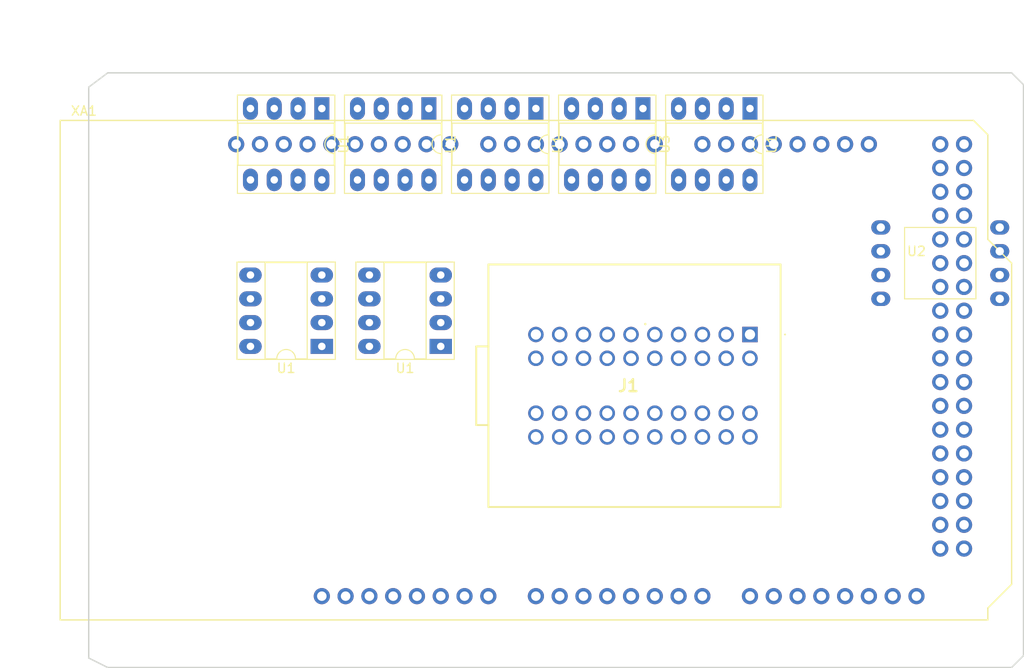
<source format=kicad_pcb>
(kicad_pcb (version 20211014) (generator pcbnew)
  (layers (0 "F.Cu" signal) (31 "B.Cu" signal) (34 "B.Paste" user) (35 "F.Paste" user) (36 "B.SilkS" user "B.Silkscreen") (37 "F.SilkS" user "F.Silkscreen") (38 "B.Mask" user) (39 "F.Mask" user) (44 "Edge.Cuts" user))
  (net 0 "")
  (net 1 "Net-(J1-Pad40)")
  (net 2 "Net-(J1-Pad39)")
  (net 3 "Net-(J1-Pad38)")
  (net 4 "Net-(J1-Pad37)")
  (net 5 "Net-(J1-Pad36)")
  (net 6 "Net-(J1-Pad35)")
  (net 7 "Net-(J1-Pad34)")
  (net 8 "Net-(J1-Pad33)")
  (net 9 "Net-(J1-Pad32)")
  (net 10 "Net-(J1-Pad31)")
  (net 11 "Net-(J1-Pad30)")
  (net 12 "Net-(J1-Pad29)")
  (net 13 "Net-(J1-Pad28)")
  (net 14 "Net-(J1-Pad27)")
  (net 15 "Net-(J1-Pad26)")
  (net 16 "Net-(J1-Pad25)")
  (net 17 "Net-(J1-Pad24)")
  (net 18 "Net-(J1-Pad23)")
  (net 19 "Net-(J1-Pad22)")
  (net 20 "Net-(J1-Pad21)")
  (net 21 "Net-(J1-Pad20)")
  (net 22 "Net-(J1-Pad19)")
  (net 23 "Net-(J1-Pad18)")
  (net 24 "Net-(J1-Pad17)")
  (net 25 "Net-(J1-Pad16)")
  (net 26 "Net-(J1-Pad15)")
  (net 27 "Net-(J1-Pad14)")
  (net 28 "Net-(J1-Pad13)")
  (net 29 "Net-(J1-Pad10)")
  (net 30 "Net-(J1-Pad9)")
  (net 31 "Net-(J1-Pad8)")
  (net 32 "Net-(J1-Pad7)")
  (net 33 "Net-(J1-Pad6)")
  (net 34 "Net-(J1-Pad5)")
  (net 35 "Net-(J1-Pad4)")
  (net 36 "Net-(J1-Pad3)")
  (net 37 "Net-(U2-Pad8)")
  (net 38 "Net-(U2-Pad2)")
  (net 39 "Net-(U2-Pad1)")
  (net 40 "Net-(U2-Pad5)")
  (net 41 "+12V")
  (net 42 "Net-(U3-Pad5)")
  (net 43 "Net-(U3-Pad1)")
  (net 44 "FuelPump")
  (net 45 "GND")
  (net 46 "FpCtrl")
  (net 47 "Net-(XA1-PadGND6)")
  (net 48 "Net-(XA1-PadGND5)")
  (net 49 "Net-(XA1-PadD53)")
  (net 50 "Net-(XA1-PadD52)")
  (net 51 "Net-(XA1-PadD51)")
  (net 52 "Net-(XA1-PadD50)")
  (net 53 "Net-(XA1-PadD49)")
  (net 54 "Net-(XA1-PadD48)")
  (net 55 "Net-(XA1-PadD47)")
  (net 56 "Net-(XA1-PadD46)")
  (net 57 "Net-(XA1-PadD45)")
  (net 58 "Net-(XA1-PadD44)")
  (net 59 "Net-(XA1-PadD43)")
  (net 60 "Net-(XA1-PadD42)")
  (net 61 "Net-(XA1-PadD41)")
  (net 62 "Net-(XA1-PadD40)")
  (net 63 "Net-(XA1-PadD39)")
  (net 64 "Net-(XA1-PadD38)")
  (net 65 "Net-(XA1-PadD37)")
  (net 66 "Net-(XA1-PadD36)")
  (net 67 "Net-(XA1-PadD35)")
  (net 68 "Net-(XA1-PadD34)")
  (net 69 "Net-(XA1-PadD33)")
  (net 70 "Net-(XA1-PadD32)")
  (net 71 "Net-(XA1-PadD31)")
  (net 72 "Net-(XA1-PadD30)")
  (net 73 "Net-(XA1-PadD29)")
  (net 74 "Net-(XA1-PadD28)")
  (net 75 "Net-(XA1-PadD27)")
  (net 76 "Net-(XA1-PadD26)")
  (net 77 "Net-(XA1-PadD25)")
  (net 78 "Net-(XA1-PadD24)")
  (net 79 "Net-(XA1-PadD23)")
  (net 80 "Net-(XA1-PadD22)")
  (net 81 "Net-(XA1-Pad5V4)")
  (net 82 "Net-(XA1-Pad5V3)")
  (net 83 "Net-(XA1-PadA15)")
  (net 84 "Net-(XA1-PadA14)")
  (net 85 "Net-(XA1-PadA13)")
  (net 86 "Net-(XA1-PadA12)")
  (net 87 "Net-(XA1-PadA11)")
  (net 88 "Net-(XA1-PadA10)")
  (net 89 "Net-(XA1-PadA9)")
  (net 90 "Net-(XA1-PadA8)")
  (net 91 "Net-(XA1-PadA7)")
  (net 92 "Net-(XA1-PadA6)")
  (net 93 "Net-(XA1-PadA5)")
  (net 94 "Net-(XA1-PadA4)")
  (net 95 "Net-(XA1-PadA3)")
  (net 96 "Net-(XA1-PadA2)")
  (net 97 "Net-(XA1-PadA1)")
  (net 98 "Net-(XA1-PadD11)")
  (net 99 "Net-(XA1-PadD12)")
  (net 100 "Net-(XA1-PadD13)")
  (net 101 "Net-(XA1-PadAREF)")
  (net 102 "Net-(XA1-PadSDA)")
  (net 103 "Net-(XA1-PadSCL)")
  (net 104 "Net-(XA1-PadD10)")
  (net 105 "Net-(XA1-PadD9)")
  (net 106 "Net-(XA1-PadD8)")
  (net 107 "Net-(XA1-PadGND1)")
  (net 108 "Net-(XA1-PadD7)")
  (net 109 "Net-(XA1-PadD6)")
  (net 110 "Net-(XA1-PadD5)")
  (net 111 "Net-(XA1-PadD3)")
  (net 112 "Net-(XA1-PadD2)")
  (net 113 "Net-(XA1-PadD1)")
  (net 114 "Net-(XA1-PadD0)")
  (net 115 "Net-(XA1-PadD14)")
  (net 116 "Net-(XA1-PadD15)")
  (net 117 "Net-(XA1-PadD16)")
  (net 118 "Net-(XA1-PadD17)")
  (net 119 "Net-(XA1-PadD18)")
  (net 120 "Net-(XA1-PadD19)")
  (net 121 "Net-(XA1-PadD20)")
  (net 122 "Net-(XA1-PadD21)")
  (net 123 "Net-(XA1-PadIORF)")
  (net 124 "Net-(XA1-PadRST1)")
  (net 125 "Net-(XA1-Pad3V3)")
  (net 126 "Net-(XA1-Pad5V1)")
  (net 127 "Net-(XA1-PadGND2)")
  (net 128 "Net-(XA1-PadGND3)")
  (net 129 "Net-(XA1-PadVIN)")
  (net 130 "Net-(XA1-PadA0)")
  (footprint "LibraryLoader:9531181" (layer "F.Cu") (at 144.78 66.04 180)
    (fp_text reference "J1" (at 12.98 -5.47) (layer "F.SilkS") (effects (font (size 1.27 1.27) (thickness 0.254))))
    (fp_text value "953118-1" hide)
    (fp_line (start 27.93 7.48) (end -3.27 7.48) (layer "F.SilkS") (width 0.2))
    (fp_line (start 27.93 -9.67) (end 29.23 -9.67) (layer "F.SilkS") (width 0.2))
    (fp_line (start 29.23 -1.27) (end 27.93 -1.27) (layer "F.SilkS") (width 0.2))
    (fp_line (start -3.8 0) (end -3.8 0) (layer "F.SilkS") (width 0.1))
    (fp_line (start -3.7 0) (end -3.7 0) (layer "F.SilkS") (width 0.1))
    (fp_line (start 27.93 -18.42) (end 27.93 7.48) (layer "F.SilkS") (width 0.2))
    (fp_line (start 29.23 -9.67) (end 29.23 -1.27) (layer "F.SilkS") (width 0.2))
    (fp_line (start -3.27 7.48) (end -3.27 -18.42) (layer "F.SilkS") (width 0.2))
    (fp_line (start -3.27 -18.42) (end 27.93 -18.42) (layer "F.SilkS") (width 0.2))
    (fp_arc (start -3.7 0) (mid -3.75 0.05) (end -3.8 0) (layer "F.SilkS") (width 0.1))
    (fp_arc (start -3.8 0) (mid -3.75 -0.05) (end -3.7 0) (layer "F.SilkS") (width 0.1))
    (pad "" np_thru_hole circle locked (at 24.66 5.33 180) (size 2.1 0) (drill 2.1) (layers *.Cu *.Mask))
    (pad "1" thru_hole rect locked (at 0 0 180) (size 1.65 1.65) (drill 1.1) (layers *.Cu *.Mask) (net 45 "GND"))
    (pad "2" thru_hole circle locked (at 2.54 0 180) (size 1.65 1.65) (drill 1.1) (layers *.Cu *.Mask) (net 41 "+12V"))
    (pad "3" thru_hole circle locked (at 5.08 0 180) (size 1.65 1.65) (drill 1.1) (layers *.Cu *.Mask) (net 36 "Net-(J1-Pad3)"))
    (pad "4" thru_hole circle locked (at 7.62 0 180) (size 1.65 1.65) (drill 1.1) (layers *.Cu *.Mask) (net 35 "Net-(J1-Pad4)"))
    (pad "5" thru_hole circle locked (at 10.16 0 180) (size 1.65 1.65) (drill 1.1) (layers *.Cu *.Mask) (net 34 "Net-(J1-Pad5)"))
    (pad "6" thru_hole circle locked (at 12.7 0 180) (size 1.65 1.65) (drill 1.1) (layers *.Cu *.Mask) (net 33 "Net-(J1-Pad6)"))
    (pad "7" thru_hole circle locked (at 15.24 0 180) (size 1.65 1.65) (drill 1.1) (layers *.Cu *.Mask) (net 32 "Net-(J1-Pad7)"))
    (pad "8" thru_hole circle locked (at 17.78 0 180) (size 1.65 1.65) (drill 1.1) (layers *.Cu *.Mask) (net 31 "Net-(J1-Pad8)"))
    (pad "9" thru_hole circle locked (at 20.32 0 180) (size 1.65 1.65) (drill 1.1) (layers *.Cu *.Mask) (net 30 "Net-(J1-Pad9)"))
    (pad "10" thru_hole circle locked (at 22.86 0 180) (size 1.65 1.65) (drill 1.1) (layers *.Cu *.Mask) (net 29 "Net-(J1-Pad10)"))
    (pad "11" thru_hole circle locked (at 0 -2.54 180) (size 1.65 1.65) (drill 1.1) (layers *.Cu *.Mask) (net 45 "GND"))
    (pad "12" thru_hole circle locked (at 2.54 -2.54 180) (size 1.65 1.65) (drill 1.1) (layers *.Cu *.Mask) (net 44 "FuelPump"))
    (pad "13" thru_hole circle locked (at 5.08 -2.54 180) (size 1.65 1.65) (drill 1.1) (layers *.Cu *.Mask) (net 28 "Net-(J1-Pad13)"))
    (pad "14" thru_hole circle locked (at 7.62 -2.54 180) (size 1.65 1.65) (drill 1.1) (layers *.Cu *.Mask) (net 27 "Net-(J1-Pad14)"))
    (pad "15" thru_hole circle locked (at 10.16 -2.54 180) (size 1.65 1.65) (drill 1.1) (layers *.Cu *.Mask) (net 26 "Net-(J1-Pad15)"))
    (pad "16" thru_hole circle locked (at 12.7 -2.54 180) (size 1.65 1.65) (drill 1.1) (layers *.Cu *.Mask) (net 25 "Net-(J1-Pad16)"))
    (pad "17" thru_hole circle locked (at 15.24 -2.54 180) (size 1.65 1.65) (drill 1.1) (layers *.Cu *.Mask) (net 24 "Net-(J1-Pad17)"))
    (pad "18" thru_hole circle locked (at 17.78 -2.54 180) (size 1.65 1.65) (drill 1.1) (layers *.Cu *.Mask) (net 23 "Net-(J1-Pad18)"))
    (pad "19" thru_hole circle locked (at 20.32 -2.54 180) (size 1.65 1.65) (drill 1.1) (layers *.Cu *.Mask) (net 22 "Net-(J1-Pad19)"))
    (pad "20" thru_hole circle locked (at 22.86 -2.54 180) (size 1.65 1.65) (drill 1.1) (layers *.Cu *.Mask) (net 21 "Net-(J1-Pad20)"))
    (pad "21" thru_hole circle locked (at 0 -8.4 180) (size 1.65 1.65) (drill 1.1) (layers *.Cu *.Mask) (net 20 "Net-(J1-Pad21)"))
    (pad "22" thru_hole circle locked (at 2.54 -8.4 180) (size 1.65 1.65) (drill 1.1) (layers *.Cu *.Mask) (net 19 "Net-(J1-Pad22)"))
    (pad "23" thru_hole circle locked (at 5.08 -8.4 180) (size 1.65 1.65) (drill 1.1) (layers *.Cu *.Mask) (net 18 "Net-(J1-Pad23)"))
    (pad "24" thru_hole circle locked (at 7.62 -8.4 180) (size 1.65 1.65) (drill 1.1) (layers *.Cu *.Mask) (net 17 "Net-(J1-Pad24)"))
    (pad "25" thru_hole circle locked (at 10.16 -8.4 180) (size 1.65 1.65) (drill 1.1) (layers *.Cu *.Mask) (net 16 "Net-(J1-Pad25)"))
    (pad "26" thru_hole circle locked (at 12.7 -8.4 180) (size 1.65 1.65) (drill 1.1) (layers *.Cu *.Mask) (net 15 "Net-(J1-Pad26)"))
    (pad "27" thru_hole circle locked (at 15.24 -8.4 180) (size 1.65 1.65) (drill 1.1) (layers *.Cu *.Mask) (net 14 "Net-(J1-Pad27)"))
    (pad "28" thru_hole circle locked (at 17.78 -8.4 180) (size 1.65 1.65) (drill 1.1) (layers *.Cu *.Mask) (net 13 "Net-(J1-Pad28)"))
    (pad "29" thru_hole circle locked (at 20.32 -8.4 180) (size 1.65 1.65) (drill 1.1) (layers *.Cu *.Mask) (net 12 "Net-(J1-Pad29)"))
    (pad "30" thru_hole circle locked (at 22.86 -8.4 180) (size 1.65 1.65) (drill 1.1) (layers *.Cu *.Mask) (net 11 "Net-(J1-Pad30)"))
    (pad "31" thru_hole circle locked (at 0 -10.94 180) (size 1.65 1.65) (drill 1.1) (layers *.Cu *.Mask) (net 10 "Net-(J1-Pad31)"))
    (pad "32" thru_hole circle locked (at 2.54 -10.94 180) (size 1.65 1.65) (drill 1.1) (layers *.Cu *.Mask) (net 9 "Net-(J1-Pad32)"))
    (pad "33" thru_hole circle locked (at 5.08 -10.94 180) (size 1.65 1.65) (drill 1.1) (layers *.Cu *.Mask) (net 8 "Net-(J1-Pad33)"))
    (pad "34" thru_hole circle locked (at 7.62 -10.94 180) (size 1.65 1.65) (drill 1.1) (layers *.Cu *.Mask) (net 7 "Net-(J1-Pad34)"))
    (pad "35" thru_hole circle locked (at 10.16 -10.94 180) (size 1.65 1.65) (drill 1.1) (layers *.Cu *.Mask) (net 6 "Net-(J1-Pad35)"))
    (pad "36" thru_hole circle locked (at 12.7 -10.94 180) (size 1.65 1.65) (drill 1.1) (layers *.Cu *.Mask) (net 5 "Net-(J1-Pad36)"))
    (pad "37" thru_hole circle locked (at 15.24 -10.94 180) (size 1.65 1.65) (drill 1.1) (layers *.Cu *.Mask) (net 4 "Net-(J1-Pad37)"))
    (pad "38" thru_hole circle locked (at 17.78 -10.94 180) (size 1.65 1.65) (drill 1.1) (layers *.Cu *.Mask) (net 3 "Net-(J1-Pad38)"))
    (pad "39" thru_hole circle locked (at 20.32 -10.94 180) (size 1.65 1.65) (drill 1.1) (layers *.Cu *.Mask) (net 2 "Net-(J1-Pad39)"))
    (pad "40" thru_hole circle locked (at 22.86 -10.94 180) (size 1.65 1.65) (drill 1.1) (layers *.Cu *.Mask) (net 1 "Net-(J1-Pad40)"))
  )
  (footprint "Package_DIP:DIP-8_W7.62mm_Socket_LongPads" (layer "F.Cu") (at 111.76 67.31 180)
    (fp_text reference "U1" (at 3.81 -2.33) (layer "F.SilkS"))
    (fp_text value "LS_Driverv2")
    (fp_line (start -1.44 -1.39) (end -1.44 9.01) (layer "F.SilkS") (width 0.12))
    (fp_line (start 1.56 8.95) (end 6.06 8.95) (layer "F.SilkS") (width 0.12))
    (fp_line (start 2.81 -1.33) (end 1.56 -1.33) (layer "F.SilkS") (width 0.12))
    (fp_line (start 6.06 -1.33) (end 4.81 -1.33) (layer "F.SilkS") (width 0.12))
    (fp_line (start -1.44 9.01) (end 9.06 9.01) (layer "F.SilkS") (width 0.12))
    (fp_line (start 1.56 -1.33) (end 1.56 8.95) (layer "F.SilkS") (width 0.12))
    (fp_line (start 9.06 -1.39) (end -1.44 -1.39) (layer "F.SilkS") (width 0.12))
    (fp_line (start 9.06 9.01) (end 9.06 -1.39) (layer "F.SilkS") (width 0.12))
    (fp_line (start 6.06 8.95) (end 6.06 -1.33) (layer "F.SilkS") (width 0.12))
    (fp_arc (start 4.81 -1.33) (mid 3.81 -0.33) (end 2.81 -1.33) (layer "F.SilkS") (width 0.12))
    (pad "1" thru_hole rect locked (at 0 0 180) (size 2.4 1.6) (drill 0.8) (layers *.Cu *.Mask))
    (pad "2" thru_hole oval locked (at 0 2.54 180) (size 2.4 1.6) (drill 0.8) (layers *.Cu *.Mask))
    (pad "3" thru_hole oval locked (at 0 5.08 180) (size 2.4 1.6) (drill 0.8) (layers *.Cu *.Mask))
    (pad "4" thru_hole oval locked (at 0 7.62 180) (size 2.4 1.6) (drill 0.8) (layers *.Cu *.Mask))
    (pad "5" thru_hole oval locked (at 7.62 7.62 180) (size 2.4 1.6) (drill 0.8) (layers *.Cu *.Mask))
    (pad "6" thru_hole oval locked (at 7.62 5.08 180) (size 2.4 1.6) (drill 0.8) (layers *.Cu *.Mask))
    (pad "7" thru_hole oval locked (at 7.62 2.54 180) (size 2.4 1.6) (drill 0.8) (layers *.Cu *.Mask))
    (pad "8" thru_hole oval locked (at 7.62 0 180) (size 2.4 1.6) (drill 0.8) (layers *.Cu *.Mask))
  )
  (footprint "J-Eagan:Sw_driverV1" (layer "F.Cu") (at 166.37 57.15 180)
    (fp_text reference "U2" (at 3.81 0) (layer "F.SilkS"))
    (fp_text value "Sw_driverV1")
    (fp_line (start -2.54 -5.08) (end -2.54 2.54) (layer "F.SilkS") (width 0.12))
    (fp_line (start 5.08 -5.08) (end -2.54 -5.08) (layer "F.SilkS") (width 0.12))
    (fp_line (start -2.54 2.54) (end 5.08 2.54) (layer "F.SilkS") (width 0.12))
    (fp_line (start 5.08 2.54) (end 5.08 -5.08) (layer "F.SilkS") (width 0.12))
    (pad "1" thru_hole oval locked (at -5.08 -5.08 180) (size 2.032 1.524) (drill 0.889) (layers *.Cu *.Mask) (net 39 "Net-(U2-Pad1)"))
    (pad "2" thru_hole oval locked (at -5.08 -2.54 180) (size 2.032 1.524) (drill 0.889) (layers *.Cu *.Mask) (net 38 "Net-(U2-Pad2)"))
    (pad "3" thru_hole oval locked (at -5.08 0 180) (size 2.032 1.524) (drill 0.889) (layers *.Cu *.Mask) (net 45 "GND"))
    (pad "4" thru_hole oval locked (at -5.08 2.54 180) (size 2.032 1.524) (drill 0.889) (layers *.Cu *.Mask) (net 45 "GND"))
    (pad "5" thru_hole oval locked (at 7.62 -5.08 180) (size 2.032 1.524) (drill 0.889) (layers *.Cu *.Mask) (net 40 "Net-(U2-Pad5)"))
    (pad "6" thru_hole oval locked (at 7.62 -2.54 180) (size 2.032 1.524) (drill 0.889) (layers *.Cu *.Mask) (net 40 "Net-(U2-Pad5)"))
    (pad "7" thru_hole oval locked (at 7.62 0 180) (size 2.032 1.524) (drill 0.889) (layers *.Cu *.Mask) (net 41 "+12V"))
    (pad "8" thru_hole oval locked (at 7.62 2.54 180) (size 2.032 1.524) (drill 0.889) (layers *.Cu *.Mask) (net 37 "Net-(U2-Pad8)"))
  )
  (footprint "Package_DIP:DIP-8_W7.62mm_Socket_LongPads" (layer "F.Cu") (at 144.78 41.91 -90)
    (fp_text reference "U1" (at 3.81 -2.33 90) (layer "F.SilkS"))
    (fp_text value "LS_Driverv2")
    (fp_line (start 2.81 -1.33) (end 1.56 -1.33) (layer "F.SilkS") (width 0.12))
    (fp_line (start 1.56 -1.33) (end 1.56 8.95) (layer "F.SilkS") (width 0.12))
    (fp_line (start 6.06 8.95) (end 6.06 -1.33) (layer "F.SilkS") (width 0.12))
    (fp_line (start 9.06 9.01) (end 9.06 -1.39) (layer "F.SilkS") (width 0.12))
    (fp_line (start 9.06 -1.39) (end -1.44 -1.39) (layer "F.SilkS") (width 0.12))
    (fp_line (start 1.56 8.95) (end 6.06 8.95) (layer "F.SilkS") (width 0.12))
    (fp_line (start -1.44 9.01) (end 9.06 9.01) (layer "F.SilkS") (width 0.12))
    (fp_line (start 6.06 -1.33) (end 4.81 -1.33) (layer "F.SilkS") (width 0.12))
    (fp_line (start -1.44 -1.39) (end -1.44 9.01) (layer "F.SilkS") (width 0.12))
    (fp_arc (start 4.81 -1.33) (mid 3.81 -0.33) (end 2.81 -1.33) (layer "F.SilkS") (width 0.12))
    (pad "1" thru_hole rect locked (at 0 0 270) (size 2.4 1.6) (drill 0.8) (layers *.Cu *.Mask) (net 46 "FpCtrl"))
    (pad "2" thru_hole oval locked (at 0 2.54 270) (size 2.4 1.6) (drill 0.8) (layers *.Cu *.Mask))
    (pad "3" thru_hole oval locked (at 0 5.08 270) (size 2.4 1.6) (drill 0.8) (layers *.Cu *.Mask) (net 45 "GND"))
    (pad "4" thru_hole oval locked (at 0 7.62 270) (size 2.4 1.6) (drill 0.8) (layers *.Cu *.Mask) (net 45 "GND"))
    (pad "5" thru_hole oval locked (at 7.62 7.62 270) (size 2.4 1.6) (drill 0.8) (layers *.Cu *.Mask) (net 44 "FuelPump"))
    (pad "6" thru_hole oval locked (at 7.62 5.08 270) (size 2.4 1.6) (drill 0.8) (layers *.Cu *.Mask) (net 44 "FuelPump"))
    (pad "7" thru_hole oval locked (at 7.62 2.54 270) (size 2.4 1.6) (drill 0.8) (layers *.Cu *.Mask) (net 41 "+12V"))
    (pad "8" thru_hole oval locked (at 7.62 0 270) (size 2.4 1.6) (drill 0.8) (layers *.Cu *.Mask))
  )
  (footprint "Package_DIP:DIP-8_W7.62mm_Socket_LongPads" (layer "F.Cu") (at 133.35 41.91 -90)
    (fp_text reference "U3" (at 3.81 -2.33 90) (layer "F.SilkS"))
    (fp_text value "LS_Driverv2")
    (fp_line (start 2.81 -1.33) (end 1.56 -1.33) (layer "F.SilkS") (width 0.12))
    (fp_line (start 6.06 -1.33) (end 4.81 -1.33) (layer "F.SilkS") (width 0.12))
    (fp_line (start -1.44 -1.39) (end -1.44 9.01) (layer "F.SilkS") (width 0.12))
    (fp_line (start 1.56 8.95) (end 6.06 8.95) (layer "F.SilkS") (width 0.12))
    (fp_line (start 1.56 -1.33) (end 1.56 8.95) (layer "F.SilkS") (width 0.12))
    (fp_line (start 6.06 8.95) (end 6.06 -1.33) (layer "F.SilkS") (width 0.12))
    (fp_line (start 9.06 -1.39) (end -1.44 -1.39) (layer "F.SilkS") (width 0.12))
    (fp_line (start -1.44 9.01) (end 9.06 9.01) (layer "F.SilkS") (width 0.12))
    (fp_line (start 9.06 9.01) (end 9.06 -1.39) (layer "F.SilkS") (width 0.12))
    (fp_arc (start 4.81 -1.33) (mid 3.81 -0.33) (end 2.81 -1.33) (layer "F.SilkS") (width 0.12))
    (pad "1" thru_hole rect locked (at 0 0 270) (size 2.4 1.6) (drill 0.8) (layers *.Cu *.Mask) (net 43 "Net-(U3-Pad1)"))
    (pad "2" thru_hole oval locked (at 0 2.54 270) (size 2.4 1.6) (drill 0.8) (layers *.Cu *.Mask))
    (pad "3" thru_hole oval locked (at 0 5.08 270) (size 2.4 1.6) (drill 0.8) (layers *.Cu *.Mask) (net 45 "GND"))
    (pad "4" thru_hole oval locked (at 0 7.62 270) (size 2.4 1.6) (drill 0.8) (layers *.Cu *.Mask) (net 45 "GND"))
    (pad "5" thru_hole oval locked (at 7.62 7.62 270) (size 2.4 1.6) (drill 0.8) (layers *.Cu *.Mask) (net 42 "Net-(U3-Pad5)"))
    (pad "6" thru_hole oval locked (at 7.62 5.08 270) (size 2.4 1.6) (drill 0.8) (layers *.Cu *.Mask) (net 42 "Net-(U3-Pad5)"))
    (pad "7" thru_hole oval locked (at 7.62 2.54 270) (size 2.4 1.6) (drill 0.8) (layers *.Cu *.Mask) (net 41 "+12V"))
    (pad "8" thru_hole oval locked (at 7.62 0 270) (size 2.4 1.6) (drill 0.8) (layers *.Cu *.Mask))
  )
  (footprint "J-Eagan:Arduino_Mega2560_Shield" (layer "F.Cu") (at 71.12 96.52)
    (fp_text reference "XA1" (at 2.54 -54.356) (layer "F.SilkS"))
    (fp_text value "Arduino_Mega2560_Shield")
    (fp_text user "." (at 62.484 -32.004) (layer "F.SilkS"))
    (fp_line (start 0 0) (end 99.06 0) (layer "F.SilkS") (width 0.15))
    (fp_line (start 99.06 0) (end 99.06 -1.27) (layer "F.SilkS") (width 0.15))
    (fp_line (start 99.06 -1.27) (end 101.6 -3.81) (layer "F.SilkS") (width 0.15))
    (fp_line (start 101.6 -38.1) (end 99.06 -40.64) (layer "F.SilkS") (width 0.15))
    (fp_line (start 0 -53.34) (end 97.536 -53.34) (layer "F.SilkS") (width 0.15))
    (fp_line (start 97.536 -53.34) (end 99.06 -51.816) (layer "F.SilkS") (width 0.15))
    (fp_line (start 101.6 -3.81) (end 101.6 -38.1) (layer "F.SilkS") (width 0.15))
    (fp_line (start 0 -53.34) (end 0 0) (layer "F.SilkS") (width 0.15))
    (fp_line (start 99.06 -40.64) (end 99.06 -51.816) (layer "F.SilkS") (width 0.15))
    (pad "" thru_hole oval locked (at 27.94 -2.54) (size 1.7272 1.7272) (drill 1.016) (layers *.Cu *.Mask))
    (pad "" np_thru_hole circle locked (at 66.04 -7.62) (size 3.2 3.2) (drill 3.2) (layers *.Cu *.Mask))
    (pad "" np_thru_hole circle locked (at 15.24 -50.8) (size 3.2 3.2) (drill 3.2) (layers *.Cu *.Mask))
    (pad "" np_thru_hole circle locked (at 13.97 -2.54) (size 3.2 3.2) (drill 3.2) (layers *.Cu *.Mask))
    (pad "" np_thru_hole circle locked (at 90.17 -50.8) (size 3.2 3.2) (drill 3.2) (layers *.Cu *.Mask))
    (pad "" np_thru_hole circle locked (at 96.52 -2.54) (size 3.2 3.2) (drill 3.2) (layers *.Cu *.Mask))
    (pad "3V3" thru_hole oval locked (at 35.56 -2.54) (size 1.7272 1.7272) (drill 1.016) (layers *.Cu *.Mask) (net 125 "Net-(XA1-Pad3V3)"))
    (pad "5V1" thru_hole oval locked (at 38.1 -2.54) (size 1.7272 1.7272) (drill 1.016) (layers *.Cu *.Mask) (net 126 "Net-(XA1-Pad5V1)"))
    (pad "5V3" thru_hole oval locked (at 93.98 -50.8) (size 1.7272 1.7272) (drill 1.016) (layers *.Cu *.Mask) (net 82 "Net-(XA1-Pad5V3)"))
    (pad "5V4" thru_hole oval locked (at 96.52 -50.8) (size 1.7272 1.7272) (drill 1.016) (layers *.Cu *.Mask) (net 81 "Net-(XA1-Pad5V4)"))
    (pad "A0" thru_hole oval locked (at 50.8 -2.54) (size 1.7272 1.7272) (drill 1.016) (layers *.Cu *.Mask) (net 130 "Net-(XA1-PadA0)"))
    (pad "A1" thru_hole oval locked (at 53.34 -2.54) (size 1.7272 1.7272) (drill 1.016) (layers *.Cu *.Mask) (net 97 "Net-(XA1-PadA1)"))
    (pad "A2" thru_hole oval locked (at 55.88 -2.54) (size 1.7272 1.7272) (drill 1.016) (layers *.Cu *.Mask) (net 96 "Net-(XA1-PadA2)"))
    (pad "A3" thru_hole oval locked (at 58.42 -2.54) (size 1.7272 1.7272) (drill 1.016) (layers *.Cu *.Mask) (net 95 "Net-(XA1-PadA3)"))
    (pad "A4" thru_hole oval locked (at 60.96 -2.54) (size 1.7272 1.7272) (drill 1.016) (layers *.Cu *.Mask) (net 94 "Net-(XA1-PadA4)"))
    (pad "A5" thru_hole oval locked (at 63.5 -2.54) (size 1.7272 1.7272) (drill 1.016) (layers *.Cu *.Mask) (net 93 "Net-(XA1-PadA5)"))
    (pad "A6" thru_hole oval locked (at 66.04 -2.54) (size 1.7272 1.7272) (drill 1.016) (layers *.Cu *.Mask) (net 92 "Net-(XA1-PadA6)"))
    (pad "A7" thru_hole oval locked (at 68.58 -2.54) (size 1.7272 1.7272) (drill 1.016) (layers *.Cu *.Mask) (net 91 "Net-(XA1-PadA7)"))
    (pad "A8" thru_hole oval locked (at 73.66 -2.54) (size 1.7272 1.7272) (drill 1.016) (layers *.Cu *.Mask) (net 90 "Net-(XA1-PadA8)"))
    (pad "A9" thru_hole oval locked (at 76.2 -2.54) (size 1.7272 1.7272) (drill 1.016) (layers *.Cu *.Mask) (net 89 "Net-(XA1-PadA9)"))
    (pad "A10" thru_hole oval locked (at 78.74 -2.54) (size 1.7272 1.7272) (drill 1.016) (layers *.Cu *.Mask) (net 88 "Net-(XA1-PadA10)"))
    (pad "A11" thru_hole oval locked (at 81.28 -2.54) (size 1.7272 1.7272) (drill 1.016) (layers *.Cu *.Mask) (net 87 "Net-(XA1-PadA11)"))
    (pad "A12" thru_hole oval locked (at 83.82 -2.54) (size 1.7272 1.7272) (drill 1.016) (layers *.Cu *.Mask) (net 86 "Net-(XA1-PadA12)"))
    (pad "A13" thru_hole oval locked (at 86.36 -2.54) (size 1.7272 1.7272) (drill 1.016) (layers *.Cu *.Mask) (net 85 "Net-(XA1-PadA13)"))
    (pad "A14" thru_hole oval locked (at 88.9 -2.54) (size 1.7272 1.7272) (drill 1.016) (layers *.Cu *.Mask) (net 84 "Net-(XA1-PadA14)"))
    (pad "A15" thru_hole oval locked (at 91.44 -2.54) (size 1.7272 1.7272) (drill 1.016) (layers *.Cu *.Mask) (net 83 "Net-(XA1-PadA15)"))
    (pad "AREF" thru_hole oval locked (at 23.876 -50.8) (size 1.7272 1.7272) (drill 1.016) (layers *.Cu *.Mask) (net 101 "Net-(XA1-PadAREF)"))
    (pad "D0" thru_hole oval locked (at 63.5 -50.8) (size 1.7272 1.7272) (drill 1.016) (layers *.Cu *.Mask) (net 114 "Net-(XA1-PadD0)"))
    (pad "D1" thru_hole oval locked (at 60.96 -50.8) (size 1.7272 1.7272) (drill 1.016) (layers *.Cu *.Mask) (net 113 "Net-(XA1-PadD1)"))
    (pad "D2" thru_hole oval locked (at 58.42 -50.8) (size 1.7272 1.7272) (drill 1.016) (layers *.Cu *.Mask) (net 112 "Net-(XA1-PadD2)"))
    (pad "D3" thru_hole oval locked (at 55.88 -50.8) (size 1.7272 1.7272) (drill 1.016) (layers *.Cu *.Mask) (net 111 "Net-(XA1-PadD3)"))
    (pad "D4" thru_hole oval locked (at 53.34 -50.8) (size 1.7272 1.7272) (drill 1.016) (layers *.Cu *.Mask) (net 46 "FpCtrl"))
    (pad "D5" thru_hole oval locked (at 50.8 -50.8) (size 1.7272 1.7272) (drill 1.016) (layers *.Cu *.Mask) (net 110 "Net-(XA1-PadD5)"))
    (pad "D6" thru_hole oval locked (at 48.26 -50.8) (size 1.7272 1.7272) (drill 1.016) (layers *.Cu *.Mask) (net 109 "Net-(XA1-PadD6)"))
    (pad "D7" thru_hole oval locked (at 45.72 -50.8) (size 1.7272 1.7272) (drill 1.016) (layers *.Cu *.Mask) (net 108 "Net-(XA1-PadD7)"))
    (pad "D8" thru_hole oval locked (at 41.656 -50.8) (size 1.7272 1.7272) (drill 1.016) (layers *.Cu *.Mask) (net 106 "Net-(XA1-PadD8)"))
    (pad "D9" thru_hole oval locked (at 39.116 -50.8) (size 1.7272 1.7272) (drill 1.016) (layers *.Cu *.Mask) (net 105 "Net-(XA1-PadD9)"))
    (pad "D10" thru_hole oval locked (at 36.576 -50.8) (size 1.7272 1.7272) (drill 1.016) (layers *.Cu *.Mask) (net 104 "Net-(XA1-PadD10)"))
    (pad "D11" thru_hole oval locked (at 34.036 -50.8) (size 1.7272 1.7272) (drill 1.016) (layers *.Cu *.Mask) (net 98 "Net-(XA1-PadD11)"))
    (pad "D12" thru_hole oval locked (at 31.496 -50.8) (size 1.7272 1.7272) (drill 1.016) (layers *.Cu *.Mask) (net 99 "Net-(XA1-PadD12)"))
    (pad "D13" thru_hole oval locked (at 28.956 -50.8) (size 1.7272 1.7272) (drill 1.016) (layers *.Cu *.Mask) (net 100 "Net-(XA1-PadD13)"))
    (pad "D14" thru_hole oval locked (at 68.58 -50.8) (size 1.7272 1.7272) (drill 1.016) (layers *.Cu *.Mask) (net 115 "Net-(XA1-PadD14)"))
    (pad "D15" thru_hole oval locked (at 71.12 -50.8) (size 1.7272 1.7272) (drill 1.016) (layers *.Cu *.Mask) (net 116 "Net-(XA1-PadD15)"))
    (pad "D16" thru_hole oval locked (at 73.66 -50.8) (size 1.7272 1.7272) (drill 1.016) (layers *.Cu *.Mask) (net 117 "Net-(XA1-PadD16)"))
    (pad "D17" thru_hole oval locked (at 76.2 -50.8) (size 1.7272 1.7272) (drill 1.016) (layers *.Cu *.Mask) (net 118 "Net-(XA1-PadD17)"))
    (pad "D18" thru_hole oval locked (at 78.74 -50.8) (size 1.7272 1.7272) (drill 1.016) (layers *.Cu *.Mask) (net 119 "Net-(XA1-PadD18)"))
    (pad "D19" thru_hole oval locked (at 81.28 -50.8) (size 1.7272 1.7272) (drill 1.016) (layers *.Cu *.Mask) (net 120 "Net-(XA1-PadD19)"))
    (pad "D20" thru_hole oval locked (at 83.82 -50.8) (size 1.7272 1.7272) (drill 1.016) (layers *.Cu *.Mask) (net 121 "Net-(XA1-PadD20)"))
    (pad "D21" thru_hole oval locked (at 86.36 -50.8) (size 1.7272 1.7272) (drill 1.016) (layers *.Cu *.Mask) (net 122 "Net-(XA1-PadD21)"))
    (pad "D22" thru_hole oval locked (at 93.98 -48.26) (size 1.7272 1.7272) (drill 1.016) (layers *.Cu *.Mask) (net 80 "Net-(XA1-PadD22)"))
    (pad "D23" thru_hole oval locked (at 96.52 -48.26) (size 1.7272 1.7272) (drill 1.016) (layers *.Cu *.Mask) (net 79 "Net-(XA1-PadD23)"))
    (pad "D24" thru_hole oval locked (at 93.98 -45.72) (size 1.7272 1.7272) (drill 1.016) (layers *.Cu *.Mask) (net 78 "Net-(XA1-PadD24)"))
    (pad "D25" thru_hole oval locked (at 96.52 -45.72) (size 1.7272 1.7272) (drill 1.016) (layers *.Cu *.Mask) (net 77 "Net-(XA1-PadD25)"))
    (pad "D26" thru_hole oval locked (at 93.98 -43.18) (size 1.7272 1.7272) (drill 1.016) (layers *.Cu *.Mask) (net 76 "Net-(XA1-PadD26)"))
    (pad "D27" thru_hole oval locked (at 96.52 -43.18) (size 1.7272 1.7272) (drill 1.016) (layers *.Cu *.Mask) (net 75 "Net-(XA1-PadD27)"))
    (pad "D28" thru_hole oval locked (at 93.98 -40.64) (size 1.7272 1.7272) (drill 1.016) (layers *.Cu *.Mask) (net 74 "Net-(XA1-PadD28)"))
    (pad "D29" thru_hole oval locked (at 96.52 -40.64) (size 1.7272 1.7272) (drill 1.016) (layers *.Cu *.Mask) (net 73 "Net-(XA1-PadD29)"))
    (pad "D30" thru_hole oval locked (at 93.98 -38.1) (size 1.7272 1.7272) (drill 1.016) (layers *.Cu *.Mask) (net 72 "Net-(XA1-PadD30)"))
    (pad "D31" thru_hole oval locked (at 96.52 -38.1) (size 1.7272 1.7272) (drill 1.016) (layers *.Cu *.Mask) (net 71 "Net-(XA1-PadD31)"))
    (pad "D32" thru_hole oval locked (at 93.98 -35.56) (size 1.7272 1.7272) (drill 1.016) (layers *.Cu *.Mask) (net 70 "Net-(XA1-PadD32)"))
    (pad "D33" thru_hole oval locked (at 96.52 -35.56) (size 1.7272 1.7272) (drill 1.016) (layers *.Cu *.Mask) (net 69 "Net-(XA1-PadD33)"))
    (pad "D34" thru_hole oval locked (at 93.98 -33.02) (size 1.7272 1.7272) (drill 1.016) (layers *.Cu *.Mask) (net 68 "Net-(XA1-PadD34)"))
    (pad "D35" thru_hole oval locked (at 96.52 -33.02) (size 1.7272 1.7272) (drill 1.016) (layers *.Cu *.Mask) (net 67 "Net-(XA1-PadD35)"))
    (pad "D36" thru_hole oval locked (at 93.98 -30.48) (size 1.7272 1.7272) (drill 1.016) (layers *.Cu *.Mask) (net 66 "Net-(XA1-PadD36)"))
    (pad "D37" thru_hole oval locked (at 96.52 -30.48) (size 1.7272 1.7272) (drill 1.016) (layers *.Cu *.Mask) (net 65 "Net-(XA1-PadD37)"))
    (pad "D38" thru_hole oval locked (at 93.98 -27.94) (size 1.7272 1.7272) (drill 1.016) (layers *.Cu *.Mask) (net 64 "Net-(XA1-PadD38)"))
    (pad "D39" thru_hole oval locked (at 96.52 -27.94) (size 1.7272 1.7272) (drill 1.016) (layers *.Cu *.Mask) (net 63 "Net-(XA1-PadD39)"))
    (pad "D40" thru_hole oval locked (at 93.98 -25.4) (size 1.7272 1.7272) (drill 1.016) (layers *.Cu *.Mask) (net 62 "Net-(XA1-PadD40)"))
    (pad "D41" thru_hole oval locked (at 96.52 -25.4) (size 1.7272 1.7272) (drill 1.016) (layers *.Cu *.Mask) (net 61 "Net-(XA1-PadD41)"))
    (pad "D42" thru_hole oval locked (at 93.98 -22.86) (size 1.7272 1.7272) (drill 1.016) (layers *.Cu *.Mask) (net 60 "Net-(XA1-PadD42)"))
    (pad "D43" thru_hole oval locked (at 96.52 -22.86) (size 1.7272 1.7272) (drill 1.016) (layers *.Cu *.Mask) (net 59 "Net-(XA1-PadD43)"))
    (pad "D44" thru_hole oval locked (at 93.98 -20.32) (size 1.7272 1.7272) (drill 1.016) (layers *.Cu *.Mask) (net 58 "Net-(XA1-PadD44)"))
    (pad "D45" thru_hole oval locked (at 96.52 -20.32) (size 1.7272 1.7272) (drill 1.016) (layers *.Cu *.Mask) (net 57 "Net-(XA1-PadD45)"))
    (pad "D46" thru_hole oval locked (at 93.98 -17.78) (size 1.7272 1.7272) (drill 1.016) (layers *.Cu *.Mask) (net 56 "Net-(XA1-PadD46)"))
    (pad "D47" thru_hole oval locked (at 96.52 -17.78) (size 1.7272 1.7272) (drill 1.016) (layers *.Cu *.Mask) (net 55 "Net-(XA1-PadD47)"))
    (pad "D48" thru_hole oval locked (at 93.98 -15.24) (size 1.7272 1.7272) (drill 1.016) (layers *.Cu *.Mask) (net 54 "Net-(XA1-PadD48)"))
    (pad "D49" thru_hole oval locked (at 96.52 -15.24) (size 1.7272 1.7272) (drill 1.016) (layers *.Cu *.Mask) (net 53 "Net-(XA1-PadD49)"))
    (pad "D50" thru_hole oval locked (at 93.98 -12.7) (size 1.7272 1.7272) (drill 1.016) (layers *.Cu *.Mask) (net 52 "Net-(XA1-PadD50)"))
    (pad "D51" thru_hole oval locked (at 96.52 -12.7) (size 1.7272 1.7272) (drill 1.016) (layers *.Cu *.Mask) (net 51 "Net-(XA1-PadD51)"))
    (pad "D52" thru_hole oval locked (at 93.98 -10.16) (size 1.7272 1.7272) (drill 1.016) (layers *.Cu *.Mask) (net 50 "Net-(XA1-PadD52)"))
    (pad "D53" thru_hole oval locked (at 96.52 -10.16) (size 1.7272 1.7272) (drill 1.016) (layers *.Cu *.Mask) (net 49 "Net-(XA1-PadD53)"))
    (pad "GND1" thru_hole oval locked (at 26.416 -50.8) (size 1.7272 1.7272) (drill 1.016) (layers *.Cu *.Mask) (net 107 "Net-(XA1-PadGND1)"))
    (pad "GND2" thru_hole oval locked (at 40.64 -2.54) (size 1.7272 1.7272) (drill 1.016) (layers *.Cu *.Mask) (net 127 "Net-(XA1-PadGND2)"))
    (pad "GND3" thru_hole oval locked (at 43.18 -2.54) (size 1.7272 1.7272) (drill 1.016) (layers *.Cu *.Mask) (net 128 "Net-(XA1-PadGND3)"))
    (pad "GND5" thru_hole oval locked (at 93.98 -7.62) (size 1.7272 1.7272) (drill 1.016) (layers *.Cu *.Mask) (net 48 "Net-(XA1-PadGND5)"))
    (pad "GND6" thru_hole oval locked (at 96.52 -7.62) (size 1.7272 1.7272) (drill 1.016) (layers *.Cu *.Mask) (net 47 "Net-(XA1-PadGND6)"))
    (pad "IORF" thru_hole oval locked (at 30.48 -2.54) (size 1.7272 1.7272) (drill 1.016) (layers *.Cu *.Mask) (net 123 "Net-(XA1-PadIORF)"))
    (pad "RST1" thru_hole oval locked (at 33.02 -2.54) (size 1.7272 1.7272) (drill 1.016) (layers *.Cu *.Mask) (net 124 "Net-(XA1-PadRST1)"))
    (pad "SCL" thru_hole oval locked (at 18.796 -50.8) (size 1.7272 1.7272) (drill 1.016) (layers *.Cu *.Mask) (net 103 "Net-(XA1-PadSCL)"))
    (pad "SDA" thru_hole oval locked (at 21.336 -50.8) (size 1.7272 1.7272) (drill 1.016) (layers *.Cu *.Mask) (net 102 "Net-(XA1-PadSDA)"))
    (pad "VIN" thru_hole oval locked (at 45.72 -2.54) (size 1.7272 1.7272) (drill 1.016) (layers *.Cu *.Mask) (net 129 "Net-(XA1-PadVIN)"))
  )
  (footprint "Package_DIP:DIP-8_W7.62mm_Socket_LongPads" (layer "F.Cu") (at 99.06 41.91 -90)
    (fp_text reference "U1" (at 3.81 -2.33 90) (layer "F.SilkS"))
    (fp_text value "LS_Driverv2")
    (fp_line (start 1.56 -1.33) (end 1.56 8.95) (layer "F.SilkS") (width 0.12))
    (fp_line (start 6.06 -1.33) (end 4.81 -1.33) (layer "F.SilkS") (width 0.12))
    (fp_line (start 2.81 -1.33) (end 1.56 -1.33) (layer "F.SilkS") (width 0.12))
    (fp_line (start -1.44 -1.39) (end -1.44 9.01) (layer "F.SilkS") (width 0.12))
    (fp_line (start 6.06 8.95) (end 6.06 -1.33) (layer "F.SilkS") (width 0.12))
    (fp_line (start -1.44 9.01) (end 9.06 9.01) (layer "F.SilkS") (width 0.12))
    (fp_line (start 9.06 9.01) (end 9.06 -1.39) (layer "F.SilkS") (width 0.12))
    (fp_line (start 9.06 -1.39) (end -1.44 -1.39) (layer "F.SilkS") (width 0.12))
    (fp_line (start 1.56 8.95) (end 6.06 8.95) (layer "F.SilkS") (width 0.12))
    (fp_arc (start 4.81 -1.33) (mid 3.81 -0.33) (end 2.81 -1.33) (layer "F.SilkS") (width 0.12))
    (pad "1" thru_hole rect locked (at 0 0 270) (size 2.4 1.6) (drill 0.8) (layers *.Cu *.Mask))
    (pad "2" thru_hole oval locked (at 0 2.54 270) (size 2.4 1.6) (drill 0.8) (layers *.Cu *.Mask))
    (pad "3" thru_hole oval locked (at 0 5.08 270) (size 2.4 1.6) (drill 0.8) (layers *.Cu *.Mask))
    (pad "4" thru_hole oval locked (at 0 7.62 270) (size 2.4 1.6) (drill 0.8) (layers *.Cu *.Mask))
    (pad "5" thru_hole oval locked (at 7.62 7.62 270) (size 2.4 1.6) (drill 0.8) (layers *.Cu *.Mask))
    (pad "6" thru_hole oval locked (at 7.62 5.08 270) (size 2.4 1.6) (drill 0.8) (layers *.Cu *.Mask))
    (pad "7" thru_hole oval locked (at 7.62 2.54 270) (size 2.4 1.6) (drill 0.8) (layers *.Cu *.Mask))
    (pad "8" thru_hole oval locked (at 7.62 0 270) (size 2.4 1.6) (drill 0.8) (layers *.Cu *.Mask))
  )
  (footprint "Package_DIP:DIP-8_W7.62mm_Socket_LongPads" (layer "F.Cu") (at 121.92 41.91 -90)
    (fp_text reference "U1" (at 3.81 -2.33 90) (layer "F.SilkS"))
    (fp_text value "LS_Driverv2")
    (fp_line (start 6.06 8.95) (end 6.06 -1.33) (layer "F.SilkS") (width 0.12))
    (fp_line (start 1.56 -1.33) (end 1.56 8.95) (layer "F.SilkS") (width 0.12))
    (fp_line (start 6.06 -1.33) (end 4.81 -1.33) (layer "F.SilkS") (width 0.12))
    (fp_line (start -1.44 -1.39) (end -1.44 9.01) (layer "F.SilkS") (width 0.12))
    (fp_line (start -1.44 9.01) (end 9.06 9.01) (layer "F.SilkS") (width 0.12))
    (fp_line (start 1.56 8.95) (end 6.06 8.95) (layer "F.SilkS") (width 0.12))
    (fp_line (start 9.06 -1.39) (end -1.44 -1.39) (layer "F.SilkS") (width 0.12))
    (fp_line (start 2.81 -1.33) (end 1.56 -1.33) (layer "F.SilkS") (width 0.12))
    (fp_line (start 9.06 9.01) (end 9.06 -1.39) (layer "F.SilkS") (width 0.12))
    (fp_arc (start 4.81 -1.33) (mid 3.81 -0.33) (end 2.81 -1.33) (layer "F.SilkS") (width 0.12))
    (pad "1" thru_hole rect locked (at 0 0 270) (size 2.4 1.6) (drill 0.8) (layers *.Cu *.Mask))
    (pad "2" thru_hole oval locked (at 0 2.54 270) (size 2.4 1.6) (drill 0.8) (layers *.Cu *.Mask))
    (pad "3" thru_hole oval locked (at 0 5.08 270) (size 2.4 1.6) (drill 0.8) (layers *.Cu *.Mask))
    (pad "4" thru_hole oval locked (at 0 7.62 270) (size 2.4 1.6) (drill 0.8) (layers *.Cu *.Mask))
    (pad "5" thru_hole oval locked (at 7.62 7.62 270) (size 2.4 1.6) (drill 0.8) (layers *.Cu *.Mask))
    (pad "6" thru_hole oval locked (at 7.62 5.08 270) (size 2.4 1.6) (drill 0.8) (layers *.Cu *.Mask))
    (pad "7" thru_hole oval locked (at 7.62 2.54 270) (size 2.4 1.6) (drill 0.8) (layers *.Cu *.Mask))
    (pad "8" thru_hole oval locked (at 7.62 0 270) (size 2.4 1.6) (drill 0.8) (layers *.Cu *.Mask))
  )
  (footprint "Package_DIP:DIP-8_W7.62mm_Socket_LongPads" (layer "F.Cu") (at 110.49 41.91 -90)
    (fp_text reference "U1" (at 3.81 -2.33 90) (layer "F.SilkS"))
    (fp_text value "LS_Driverv2")
    (fp_line (start 9.06 -1.39) (end -1.44 -1.39) (layer "F.SilkS") (width 0.12))
    (fp_line (start 6.06 8.95) (end 6.06 -1.33) (layer "F.SilkS") (width 0.12))
    (fp_line (start 6.06 -1.33) (end 4.81 -1.33) (layer "F.SilkS") (width 0.12))
    (fp_line (start 9.06 9.01) (end 9.06 -1.39) (layer "F.SilkS") (width 0.12))
    (fp_line (start -1.44 -1.39) (end -1.44 9.01) (layer "F.SilkS") (width 0.12))
    (fp_line (start 1.56 8.95) (end 6.06 8.95) (layer "F.SilkS") (width 0.12))
    (fp_line (start 2.81 -1.33) (end 1.56 -1.33) (layer "F.SilkS") (width 0.12))
    (fp_line (start -1.44 9.01) (end 9.06 9.01) (layer "F.SilkS") (width 0.12))
    (fp_line (start 1.56 -1.33) (end 1.56 8.95) (layer "F.SilkS") (width 0.12))
    (fp_arc (start 4.81 -1.33) (mid 3.81 -0.33) (end 2.81 -1.33) (layer "F.SilkS") (width 0.12))
    (pad "1" thru_hole rect locked (at 0 0 270) (size 2.4 1.6) (drill 0.8) (layers *.Cu *.Mask))
    (pad "2" thru_hole oval locked (at 0 2.54 270) (size 2.4 1.6) (drill 0.8) (layers *.Cu *.Mask))
    (pad "3" thru_hole oval locked (at 0 5.08 270) (size 2.4 1.6) (drill 0.8) (layers *.Cu *.Mask))
    (pad "4" thru_hole oval locked (at 0 7.62 270) (size 2.4 1.6) (drill 0.8) (layers *.Cu *.Mask))
    (pad "5" thru_hole oval locked (at 7.62 7.62 270) (size 2.4 1.6) (drill 0.8) (layers *.Cu *.Mask))
    (pad "6" thru_hole oval locked (at 7.62 5.08 270) (size 2.4 1.6) (drill 0.8) (layers *.Cu *.Mask))
    (pad "7" thru_hole oval locked (at 7.62 2.54 270) (size 2.4 1.6) (drill 0.8) (layers *.Cu *.Mask))
    (pad "8" thru_hole oval locked (at 7.62 0 270) (size 2.4 1.6) (drill 0.8) (layers *.Cu *.Mask))
  )
  (footprint "Package_DIP:DIP-8_W7.62mm_Socket_LongPads" (layer "F.Cu") (at 99.06 67.31 180)
    (fp_text reference "U1" (at 3.81 -2.33) (layer "F.SilkS"))
    (fp_text value "LS_Driverv2")
    (fp_line (start 6.06 -1.33) (end 4.81 -1.33) (layer "F.SilkS") (width 0.12))
    (fp_line (start 1.56 -1.33) (end 1.56 8.95) (layer "F.SilkS") (width 0.12))
    (fp_line (start -1.44 9.01) (end 9.06 9.01) (layer "F.SilkS") (width 0.12))
    (fp_line (start 1.56 8.95) (end 6.06 8.95) (layer "F.SilkS") (width 0.12))
    (fp_line (start 6.06 8.95) (end 6.06 -1.33) (layer "F.SilkS") (width 0.12))
    (fp_line (start 9.06 -1.39) (end -1.44 -1.39) (layer "F.SilkS") (width 0.12))
    (fp_line (start 2.81 -1.33) (end 1.56 -1.33) (layer "F.SilkS") (width 0.12))
    (fp_line (start 9.06 9.01) (end 9.06 -1.39) (layer "F.SilkS") (width 0.12))
    (fp_line (start -1.44 -1.39) (end -1.44 9.01) (layer "F.SilkS") (width 0.12))
    (fp_arc (start 4.81 -1.33) (mid 3.81 -0.33) (end 2.81 -1.33) (layer "F.SilkS") (width 0.12))
    (pad "1" thru_hole rect locked (at 0 0 180) (size 2.4 1.6) (drill 0.8) (layers *.Cu *.Mask))
    (pad "2" thru_hole oval locked (at 0 2.54 180) (size 2.4 1.6) (drill 0.8) (layers *.Cu *.Mask))
    (pad "3" thru_hole oval locked (at 0 5.08 180) (size 2.4 1.6) (drill 0.8) (layers *.Cu *.Mask))
    (pad "4" thru_hole oval locked (at 0 7.62 180) (size 2.4 1.6) (drill 0.8) (layers *.Cu *.Mask))
    (pad "5" thru_hole oval locked (at 7.62 7.62 180) (size 2.4 1.6) (drill 0.8) (layers *.Cu *.Mask))
    (pad "6" thru_hole oval locked (at 7.62 5.08 180) (size 2.4 1.6) (drill 0.8) (layers *.Cu *.Mask))
    (pad "7" thru_hole oval locked (at 7.62 2.54 180) (size 2.4 1.6) (drill 0.8) (layers *.Cu *.Mask))
    (pad "8" thru_hole oval locked (at 7.62 0 180) (size 2.4 1.6) (drill 0.8) (layers *.Cu *.Mask))
  )
  (gr_line (start 172.72 38.1) (end 76.2 38.1) (layer "Edge.Cuts") (width 0.15))
  (gr_line (start 76.2 101.6) (end 74.168 100.584) (layer "Edge.Cuts") (width 0.15))
  (gr_line (start 76.2 101.6) (end 172.72 101.6) (layer "Edge.Cuts") (width 0.15))
  (gr_line (start 76.2 38.1) (end 74.168 39.624) (layer "Edge.Cuts") (width 0.15))
  (gr_line (start 173.99 100.33) (end 173.99 39.37) (layer "Edge.Cuts") (width 0.15))
  (gr_line (start 173.99 100.33) (end 172.72 101.6) (layer "Edge.Cuts") (width 0.15))
  (gr_line (start 74.168 39.624) (end 74.168 100.584) (layer "Edge.Cuts") (width 0.15))
  (gr_line (start 172.72 38.1) (end 173.99 39.37) (layer "Edge.Cuts") (width 0.15))
)
</source>
